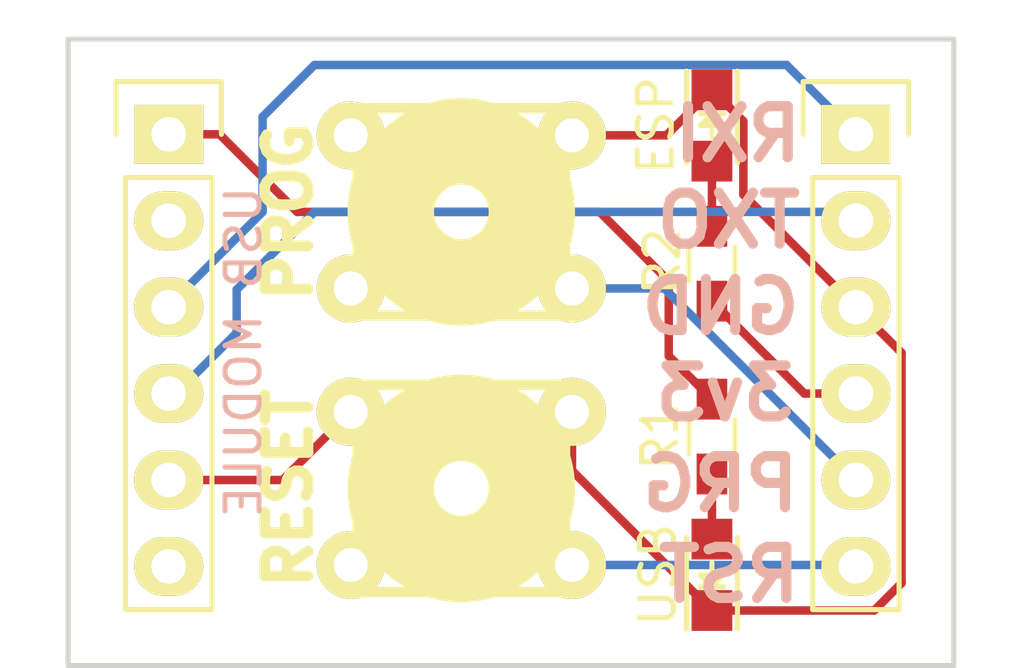
<source format=kicad_pcb>

(kicad_pcb
  (version 20171130)
  (host pcbnew "(5.1.12)-1")
  (general
    (thickness 1.6)
    (drawings 10)
    (tracks 42)
    (zones 0)
    (modules 8)
    (nets 12))
  (page A4)
  (layers
    (0 F.Cu signal)
    (31 B.Cu signal)
    (32 B.Adhes user)
    (33 F.Adhes user)
    (34 B.Paste user)
    (35 F.Paste user)
    (36 B.SilkS user)
    (37 F.SilkS user)
    (38 B.Mask user)
    (39 F.Mask user)
    (40 Dwgs.User user)
    (41 Cmts.User user)
    (42 Eco1.User user)
    (43 Eco2.User user)
    (44 Edge.Cuts user)
    (45 Margin user)
    (46 B.CrtYd user)
    (47 F.CrtYd user)
    (48 B.Fab user)
    (49 F.Fab user))
  (setup
    (last_trace_width 0.25)
    (trace_clearance 0.2)
    (zone_clearance 0.508)
    (zone_45_only no)
    (trace_min 0.2)
    (via_size 0.6)
    (via_drill 0.4)
    (via_min_size 0.4)
    (via_min_drill 0.3)
    (uvia_size 0.3)
    (uvia_drill 0.1)
    (uvias_allowed no)
    (uvia_min_size 0.2)
    (uvia_min_drill 0.1)
    (edge_width 0.15)
    (segment_width 0.2)
    (pcb_text_width 0.3)
    (pcb_text_size 1.5 1.5)
    (mod_edge_width 0.15)
    (mod_text_size 1 1)
    (mod_text_width 0.15)
    (pad_size 1.99898 1.99898)
    (pad_drill 1.00076)
    (pad_to_mask_clearance 0.2)
    (aux_axis_origin 0 0)
    (visible_elements 7FFFFFFF)
    (pcbplotparams
      (layerselection 0x010f0_80000001)
      (usegerberextensions true)
      (usegerberattributes true)
      (usegerberadvancedattributes true)
      (creategerberjobfile true)
      (excludeedgelayer true)
      (linewidth 0.1)
      (plotframeref false)
      (viasonmask false)
      (mode 1)
      (useauxorigin false)
      (hpglpennumber 1)
      (hpglpenspeed 20)
      (hpglpendiameter 15.0)
      (psnegative false)
      (psa4output false)
      (plotreference true)
      (plotvalue true)
      (plotinvisibletext false)
      (padsonsilk false)
      (subtractmaskfromsilk false)
      (outputformat 1)
      (mirror false)
      (drillshape 0)
      (scaleselection 1)
      (outputdirectory "")))
  (net 0 "")
  (net 1 "Net-(P1-Pad2)")
  (net 2 RXI)
  (net 3 TXO)
  (net 4 GND)
  (net 5 +5V)
  (net 6 "Net-(P2-Pad4)")
  (net 7 "Net-(P2-Pad6)")
  (net 8 "Net-(P2-Pad5)")
  (net 9 "Net-(D1-Pad2)")
  (net 10 "Net-(D2-Pad2)")
  (net 11 "Net-(P1-Pad1)")
  (net_class Default "This is the default net class."
    (clearance 0.2)
    (trace_width 0.25)
    (via_dia 0.6)
    (via_drill 0.4)
    (uvia_dia 0.3)
    (uvia_drill 0.1)
    (add_net +5V)
    (add_net GND)
    (add_net "Net-(D1-Pad2)")
    (add_net "Net-(D2-Pad2)")
    (add_net "Net-(P1-Pad1)")
    (add_net "Net-(P1-Pad2)")
    (add_net "Net-(P2-Pad4)")
    (add_net "Net-(P2-Pad5)")
    (add_net "Net-(P2-Pad6)")
    (add_net RXI)
    (add_net TXO))
  (module Pin_Headers:Pin_Header_Straight_1x06
    (layer F.Cu)
    (tedit 56399080)
    (tstamp 56397AF1)
    (at 134.4 40.9)
    (descr "Through hole pin header")
    (tags "pin header")
    (path /56224B75)
    (fp_text reference "USB MODULE"
      (at 2.2 6.4 90)
      (layer B.SilkS)
      (effects
        (font
          (size 1 1)
          (thickness 0.15))
        (justify mirror)))
    (fp_text value CONN_01X06
      (at 0 -3.1)
      (layer F.Fab)
      (effects
        (font
          (size 1 1)
          (thickness 0.15))))
    (fp_line
      (start -1.55 -1.55)
      (end 1.55 -1.55)
      (layer F.SilkS)
      (width 0.15))
    (fp_line
      (start -1.55 0)
      (end -1.55 -1.55)
      (layer F.SilkS)
      (width 0.15))
    (fp_line
      (start 1.27 1.27)
      (end -1.27 1.27)
      (layer F.SilkS)
      (width 0.15))
    (fp_line
      (start 1.55 -1.55)
      (end 1.55 0)
      (layer F.SilkS)
      (width 0.15))
    (fp_line
      (start -1.27 13.97)
      (end -1.27 1.27)
      (layer F.SilkS)
      (width 0.15))
    (fp_line
      (start 1.27 13.97)
      (end -1.27 13.97)
      (layer F.SilkS)
      (width 0.15))
    (fp_line
      (start 1.27 1.27)
      (end 1.27 13.97)
      (layer F.SilkS)
      (width 0.15))
    (fp_line
      (start -1.75 14.45)
      (end 1.75 14.45)
      (layer F.CrtYd)
      (width 0.05))
    (fp_line
      (start -1.75 -1.75)
      (end 1.75 -1.75)
      (layer F.CrtYd)
      (width 0.05))
    (fp_line
      (start 1.75 -1.75)
      (end 1.75 14.45)
      (layer F.CrtYd)
      (width 0.05))
    (fp_line
      (start -1.75 -1.75)
      (end -1.75 14.45)
      (layer F.CrtYd)
      (width 0.05))
    (pad 1 thru_hole rect
      (at 0 0)
      (size 2.032 1.7272)
      (drill 1.016)
      (layers *.Cu *.Mask F.SilkS)
      (net 11 "Net-(P1-Pad1)"))
    (pad 2 thru_hole oval
      (at 0 2.54)
      (size 2.032 1.7272)
      (drill 1.016)
      (layers *.Cu *.Mask F.SilkS))
    (pad 3 thru_hole oval
      (at 0 5.08)
      (size 2.032 1.7272)
      (drill 1.016)
      (layers *.Cu *.Mask F.SilkS)
      (net 2 RXI))
    (pad 4 thru_hole oval
      (at 0 7.62)
      (size 2.032 1.7272)
      (drill 1.016)
      (layers *.Cu *.Mask F.SilkS)
      (net 3 TXO))
    (pad 5 thru_hole oval
      (at 0 10.16)
      (size 2.032 1.7272)
      (drill 1.016)
      (layers *.Cu *.Mask F.SilkS)
      (net 4 GND))
    (pad 6 thru_hole oval
      (at 0 12.7)
      (size 2.032 1.7272)
      (drill 1.016)
      (layers *.Cu *.Mask F.SilkS))
    (model Pin_Headers.3dshapes/Pin_Header_Straight_1x06.wrl
      (offset
        (xyz 0 -6.349999904632568 0))
      (scale
        (xyz 1 1 1))
      (rotate
        (xyz 0 0 90))))
  (module Pin_Headers:Pin_Header_Straight_1x06
    (layer F.Cu)
    (tedit 56397EAF)
    (tstamp 56397B06)
    (at 154.6 40.9)
    (descr "Through hole pin header")
    (tags "pin header")
    (path /56224BAA)
    (fp_text reference P2
      (at 0 -5.1)
      (layer F.SilkS) hide
      (effects
        (font
          (size 1 1)
          (thickness 0.15))))
    (fp_text value CONN_01X06
      (at 0 -3.1)
      (layer F.Fab)
      (effects
        (font
          (size 1 1)
          (thickness 0.15))))
    (fp_line
      (start -1.55 -1.55)
      (end 1.55 -1.55)
      (layer F.SilkS)
      (width 0.15))
    (fp_line
      (start -1.55 0)
      (end -1.55 -1.55)
      (layer F.SilkS)
      (width 0.15))
    (fp_line
      (start 1.27 1.27)
      (end -1.27 1.27)
      (layer F.SilkS)
      (width 0.15))
    (fp_line
      (start 1.55 -1.55)
      (end 1.55 0)
      (layer F.SilkS)
      (width 0.15))
    (fp_line
      (start -1.27 13.97)
      (end -1.27 1.27)
      (layer F.SilkS)
      (width 0.15))
    (fp_line
      (start 1.27 13.97)
      (end -1.27 13.97)
      (layer F.SilkS)
      (width 0.15))
    (fp_line
      (start 1.27 1.27)
      (end 1.27 13.97)
      (layer F.SilkS)
      (width 0.15))
    (fp_line
      (start -1.75 14.45)
      (end 1.75 14.45)
      (layer F.CrtYd)
      (width 0.05))
    (fp_line
      (start -1.75 -1.75)
      (end 1.75 -1.75)
      (layer F.CrtYd)
      (width 0.05))
    (fp_line
      (start 1.75 -1.75)
      (end 1.75 14.45)
      (layer F.CrtYd)
      (width 0.05))
    (fp_line
      (start -1.75 -1.75)
      (end -1.75 14.45)
      (layer F.CrtYd)
      (width 0.05))
    (pad 1 thru_hole rect
      (at 0 0)
      (size 2.032 1.7272)
      (drill 1.016)
      (layers *.Cu *.Mask F.SilkS)
      (net 2 RXI))
    (pad 2 thru_hole oval
      (at 0 2.54)
      (size 2.032 1.7272)
      (drill 1.016)
      (layers *.Cu *.Mask F.SilkS)
      (net 3 TXO))
    (pad 3 thru_hole oval
      (at 0 5.08)
      (size 2.032 1.7272)
      (drill 1.016)
      (layers *.Cu *.Mask F.SilkS)
      (net 4 GND))
    (pad 4 thru_hole oval
      (at 0 7.62)
      (size 2.032 1.7272)
      (drill 1.016)
      (layers *.Cu *.Mask F.SilkS)
      (net 6 "Net-(P2-Pad4)"))
    (pad 5 thru_hole oval
      (at 0 10.16)
      (size 2.032 1.7272)
      (drill 1.016)
      (layers *.Cu *.Mask F.SilkS)
      (net 8 "Net-(P2-Pad5)"))
    (pad 6 thru_hole oval
      (at 0 12.7)
      (size 2.032 1.7272)
      (drill 1.016)
      (layers *.Cu *.Mask F.SilkS)
      (net 7 "Net-(P2-Pad6)"))
    (model Pin_Headers.3dshapes/Pin_Header_Straight_1x06.wrl
      (offset
        (xyz 0 -6.349999904632568 0))
      (scale
        (xyz 1 1 1))
      (rotate
        (xyz 0 0 90))))
  (module w_switch:PCB_PUSH
    (layer F.Cu)
    (tedit 5639854C)
    (tstamp 56397B20)
    (at 143.002 51.308 90)
    (descr "PCB pushbutton, Tyco FSM6x6 series")
    (tags pushbutton)
    (path /56224D83)
    (fp_text reference RESET
      (at 0 -5.08 90)
      (layer F.SilkS)
      (effects
        (font
          (size 1.27 1.27)
          (thickness 0.3175))))
    (fp_text value SW_PUSH
      (at 0 5.588 90)
      (layer F.SilkS) hide
      (effects
        (font
          (size 1.27 1.27)
          (thickness 0.254))))
    (fp_circle
      (center 0 0)
      (end -0.762 0.254)
      (layer F.SilkS)
      (width 2.54))
    (fp_line
      (start -3.048 3.048)
      (end -3.048 -3.048)
      (layer F.SilkS)
      (width 0.3048))
    (fp_line
      (start 3.048 3.048)
      (end -3.048 3.048)
      (layer F.SilkS)
      (width 0.3048))
    (fp_line
      (start 3.048 -3.048)
      (end 3.048 3.048)
      (layer F.SilkS)
      (width 0.3048))
    (fp_line
      (start -3.048 -3.048)
      (end 3.048 -3.048)
      (layer F.SilkS)
      (width 0.3048))
    (pad 1 thru_hole circle
      (at -2.25044 -3.2512 90)
      (size 1.99898 1.99898)
      (drill 1.00076)
      (layers *.Cu *.Mask F.SilkS))
    (pad 2 thru_hole circle
      (at 2.25044 3.2512 90)
      (size 1.99898 1.99898)
      (drill 1.00076)
      (layers *.Cu *.Mask F.SilkS)
      (net 4 GND))
    (pad 4 thru_hole circle
      (at 2.25044 -3.2512 90)
      (size 1.99898 1.99898)
      (drill 1.00076)
      (layers *.Cu *.Mask F.SilkS)
      (net 4 GND))
    (pad 3 thru_hole circle
      (at -2.25044 3.2512 90)
      (size 1.99898 1.99898)
      (drill 1.00076)
      (layers *.Cu *.Mask F.SilkS)
      (net 7 "Net-(P2-Pad6)"))
    (model walter/switch/pcb_push.wrl
      (at
        (xyz 0 0 0))
      (scale
        (xyz 1 1 1))
      (rotate
        (xyz 0 0 0))))
  (module w_switch:PCB_PUSH
    (layer F.Cu)
    (tedit 56398543)
    (tstamp 56397B13)
    (at 143.002 43.18 90)
    (descr "PCB pushbutton, Tyco FSM6x6 series")
    (tags pushbutton)
    (path /56224D59)
    (fp_text reference PROG
      (at 0 -5.08 90)
      (layer F.SilkS)
      (effects
        (font
          (size 1.27 1.27)
          (thickness 0.3175))))
    (fp_text value SW_PUSH
      (at 0 5.588 90)
      (layer F.SilkS) hide
      (effects
        (font
          (size 1.27 1.27)
          (thickness 0.254))))
    (fp_circle
      (center 0 0)
      (end -0.762 0.254)
      (layer F.SilkS)
      (width 2.54))
    (fp_line
      (start -3.048 3.048)
      (end -3.048 -3.048)
      (layer F.SilkS)
      (width 0.3048))
    (fp_line
      (start 3.048 3.048)
      (end -3.048 3.048)
      (layer F.SilkS)
      (width 0.3048))
    (fp_line
      (start 3.048 -3.048)
      (end 3.048 3.048)
      (layer F.SilkS)
      (width 0.3048))
    (fp_line
      (start -3.048 -3.048)
      (end 3.048 -3.048)
      (layer F.SilkS)
      (width 0.3048))
    (pad 1 thru_hole circle
      (at -2.25044 -3.2512 90)
      (size 1.99898 1.99898)
      (drill 1.00076)
      (layers *.Cu *.Mask F.SilkS))
    (pad 2 thru_hole circle
      (at 2.25044 3.2512 90)
      (size 1.99898 1.99898)
      (drill 1.00076)
      (layers *.Cu *.Mask F.SilkS)
      (net 4 GND))
    (pad 4 thru_hole circle
      (at 2.25044 -3.2512 90)
      (size 1.99898 1.99898)
      (drill 1.00076)
      (layers *.Cu *.Mask F.SilkS)
      (net 4 GND))
    (pad 3 thru_hole circle
      (at -2.25044 3.2512 90)
      (size 1.99898 1.99898)
      (drill 1.00076)
      (layers *.Cu *.Mask F.SilkS)
      (net 8 "Net-(P2-Pad5)"))
    (model walter/switch/pcb_push.wrl
      (at
        (xyz 0 0 0))
      (scale
        (xyz 1 1 1))
      (rotate
        (xyz 0 0 0))))
  (module LEDs:LED-0805
    (layer F.Cu)
    (tedit 563986C7)
    (tstamp 563D2C96)
    (at 150.368 53.848 90)
    (descr "LED 0805 smd package")
    (tags "LED 0805 SMD")
    (path /563980D8)
    (attr smd)
    (fp_text reference USB
      (at 0 -1.5875 90)
      (layer F.SilkS)
      (effects
        (font
          (size 1 1)
          (thickness 0.15))))
    (fp_text value USB
      (at 0 1.75 90)
      (layer F.Fab)
      (effects
        (font
          (size 1 1)
          (thickness 0.15))))
    (fp_line
      (start -1.9 -0.95)
      (end 1.9 -0.95)
      (layer F.CrtYd)
      (width 0.05))
    (fp_line
      (start -1.9 0.95)
      (end -1.9 -0.95)
      (layer F.CrtYd)
      (width 0.05))
    (fp_line
      (start 1.9 0.95)
      (end -1.9 0.95)
      (layer F.CrtYd)
      (width 0.05))
    (fp_line
      (start 1.9 -0.95)
      (end 1.9 0.95)
      (layer F.CrtYd)
      (width 0.05))
    (fp_line
      (start 0 0.35)
      (end -0.35 0)
      (layer F.SilkS)
      (width 0.15))
    (fp_line
      (start 0 -0.35)
      (end 0 0.35)
      (layer F.SilkS)
      (width 0.15))
    (fp_line
      (start -0.35 0)
      (end 0 -0.35)
      (layer F.SilkS)
      (width 0.15))
    (fp_line
      (start 0 0)
      (end 0.35 0)
      (layer F.SilkS)
      (width 0.15))
    (fp_line
      (start -0.35 -0.35)
      (end -0.35 0.35)
      (layer F.SilkS)
      (width 0.15))
    (fp_line
      (start -0.1 -0.1)
      (end -0.25 0.05)
      (layer F.SilkS)
      (width 0.15))
    (fp_line
      (start -0.1 0.15)
      (end -0.1 -0.1)
      (layer F.SilkS)
      (width 0.15))
    (fp_line
      (start -1.6 -0.75)
      (end 1.1 -0.75)
      (layer F.SilkS)
      (width 0.15))
    (fp_line
      (start -1.6 0.75)
      (end 1.1 0.75)
      (layer F.SilkS)
      (width 0.15))
    (pad 2 smd rect
      (at 1.04902 0 270)
      (size 1.19888 1.19888)
      (layers F.Cu F.Paste F.Mask)
      (net 9 "Net-(D1-Pad2)"))
    (pad 1 smd rect
      (at -1.04902 0 270)
      (size 1.19888 1.19888)
      (layers F.Cu F.Paste F.Mask)
      (net 4 GND))
    (model LEDs.3dshapes/LED-0805.wrl
      (at
        (xyz 0 0 0))
      (scale
        (xyz 1 1 1))
      (rotate
        (xyz 0 0 0))))
  (module LEDs:LED-0805
    (layer F.Cu)
    (tedit 563986CF)
    (tstamp 563D2CA9)
    (at 150.368 40.64 270)
    (descr "LED 0805 smd package")
    (tags "LED 0805 SMD")
    (path /56398144)
    (attr smd)
    (fp_text reference ESP
      (at 0 1.651 270)
      (layer F.SilkS)
      (effects
        (font
          (size 1 1)
          (thickness 0.15))))
    (fp_text value ESP
      (at 0 1.75 270)
      (layer F.Fab)
      (effects
        (font
          (size 1 1)
          (thickness 0.15))))
    (fp_line
      (start -1.9 -0.95)
      (end 1.9 -0.95)
      (layer F.CrtYd)
      (width 0.05))
    (fp_line
      (start -1.9 0.95)
      (end -1.9 -0.95)
      (layer F.CrtYd)
      (width 0.05))
    (fp_line
      (start 1.9 0.95)
      (end -1.9 0.95)
      (layer F.CrtYd)
      (width 0.05))
    (fp_line
      (start 1.9 -0.95)
      (end 1.9 0.95)
      (layer F.CrtYd)
      (width 0.05))
    (fp_line
      (start 0 0.35)
      (end -0.35 0)
      (layer F.SilkS)
      (width 0.15))
    (fp_line
      (start 0 -0.35)
      (end 0 0.35)
      (layer F.SilkS)
      (width 0.15))
    (fp_line
      (start -0.35 0)
      (end 0 -0.35)
      (layer F.SilkS)
      (width 0.15))
    (fp_line
      (start 0 0)
      (end 0.35 0)
      (layer F.SilkS)
      (width 0.15))
    (fp_line
      (start -0.35 -0.35)
      (end -0.35 0.35)
      (layer F.SilkS)
      (width 0.15))
    (fp_line
      (start -0.1 -0.1)
      (end -0.25 0.05)
      (layer F.SilkS)
      (width 0.15))
    (fp_line
      (start -0.1 0.15)
      (end -0.1 -0.1)
      (layer F.SilkS)
      (width 0.15))
    (fp_line
      (start -1.6 -0.75)
      (end 1.1 -0.75)
      (layer F.SilkS)
      (width 0.15))
    (fp_line
      (start -1.6 0.75)
      (end 1.1 0.75)
      (layer F.SilkS)
      (width 0.15))
    (pad 2 smd rect
      (at 1.04902 0 90)
      (size 1.19888 1.19888)
      (layers F.Cu F.Paste F.Mask)
      (net 10 "Net-(D2-Pad2)"))
    (pad 1 smd rect
      (at -1.04902 0 90)
      (size 1.19888 1.19888)
      (layers F.Cu F.Paste F.Mask)
      (net 4 GND))
    (model LEDs.3dshapes/LED-0805.wrl
      (at
        (xyz 0 0 0))
      (scale
        (xyz 1 1 1))
      (rotate
        (xyz 0 0 0))))
  (module Resistors_SMD:R_0603_HandSoldering
    (layer F.Cu)
    (tedit 563983F9)
    (tstamp 563D2CB5)
    (at 150.368 49.784 90)
    (descr "Resistor SMD 0603, hand soldering")
    (tags "resistor 0603")
    (path /56397FCC)
    (attr smd)
    (fp_text reference R1
      (at 0 -1.524 90)
      (layer F.SilkS)
      (effects
        (font
          (size 1 1)
          (thickness 0.15))))
    (fp_text value "100 ohm"
      (at 0 1.9 90)
      (layer F.Fab)
      (effects
        (font
          (size 1 1)
          (thickness 0.15))))
    (fp_line
      (start -0.5 -0.675)
      (end 0.5 -0.675)
      (layer F.SilkS)
      (width 0.15))
    (fp_line
      (start 0.5 0.675)
      (end -0.5 0.675)
      (layer F.SilkS)
      (width 0.15))
    (fp_line
      (start 2 -0.8)
      (end 2 0.8)
      (layer F.CrtYd)
      (width 0.05))
    (fp_line
      (start -2 -0.8)
      (end -2 0.8)
      (layer F.CrtYd)
      (width 0.05))
    (fp_line
      (start -2 0.8)
      (end 2 0.8)
      (layer F.CrtYd)
      (width 0.05))
    (fp_line
      (start -2 -0.8)
      (end 2 -0.8)
      (layer F.CrtYd)
      (width 0.05))
    (pad 1 smd rect
      (at -1.1 0 90)
      (size 1.2 0.9)
      (layers F.Cu F.Paste F.Mask)
      (net 9 "Net-(D1-Pad2)"))
    (pad 2 smd rect
      (at 1.1 0 90)
      (size 1.2 0.9)
      (layers F.Cu F.Paste F.Mask)
      (net 11 "Net-(P1-Pad1)"))
    (model Resistors_SMD.3dshapes/R_0603_HandSoldering.wrl
      (at
        (xyz 0 0 0))
      (scale
        (xyz 1 1 1))
      (rotate
        (xyz 0 0 0))))
  (module Resistors_SMD:R_0603_HandSoldering
    (layer F.Cu)
    (tedit 563983F7)
    (tstamp 563D2CC1)
    (at 150.368 44.704 270)
    (descr "Resistor SMD 0603, hand soldering")
    (tags "resistor 0603")
    (path /5639801C)
    (attr smd)
    (fp_text reference R2
      (at -0.0635 1.4605 270)
      (layer F.SilkS)
      (effects
        (font
          (size 1 1)
          (thickness 0.15))))
    (fp_text value "100 ohm"
      (at 0 1.9 270)
      (layer F.Fab)
      (effects
        (font
          (size 1 1)
          (thickness 0.15))))
    (fp_line
      (start -0.5 -0.675)
      (end 0.5 -0.675)
      (layer F.SilkS)
      (width 0.15))
    (fp_line
      (start 0.5 0.675)
      (end -0.5 0.675)
      (layer F.SilkS)
      (width 0.15))
    (fp_line
      (start 2 -0.8)
      (end 2 0.8)
      (layer F.CrtYd)
      (width 0.05))
    (fp_line
      (start -2 -0.8)
      (end -2 0.8)
      (layer F.CrtYd)
      (width 0.05))
    (fp_line
      (start -2 0.8)
      (end 2 0.8)
      (layer F.CrtYd)
      (width 0.05))
    (fp_line
      (start -2 -0.8)
      (end 2 -0.8)
      (layer F.CrtYd)
      (width 0.05))
    (pad 1 smd rect
      (at -1.1 0 270)
      (size 1.2 0.9)
      (layers F.Cu F.Paste F.Mask)
      (net 10 "Net-(D2-Pad2)"))
    (pad 2 smd rect
      (at 1.1 0 270)
      (size 1.2 0.9)
      (layers F.Cu F.Paste F.Mask)
      (net 6 "Net-(P2-Pad4)"))
    (model Resistors_SMD.3dshapes/R_0603_HandSoldering.wrl
      (at
        (xyz 0 0 0))
      (scale
        (xyz 1 1 1))
      (rotate
        (xyz 0 0 0))))
  (gr_line
    (start 131.445 56.515)
    (end 131.445 38.1)
    (angle 90)
    (layer Edge.Cuts)
    (width 0.15))
  (gr_line
    (start 157.48 56.515)
    (end 131.445 56.515)
    (angle 90)
    (layer Edge.Cuts)
    (width 0.15))
  (gr_line
    (start 157.48 38.1)
    (end 157.48 56.515)
    (angle 90)
    (layer Edge.Cuts)
    (width 0.15))
  (gr_line
    (start 131.445 38.1)
    (end 157.48 38.1)
    (angle 90)
    (layer Edge.Cuts)
    (width 0.15))
  (gr_text RST
    (at 150.876 53.848)
    (layer B.SilkS)
    (effects
      (font
        (size 1.5 1.5)
        (thickness 0.3))
      (justify mirror)))
  (gr_text 3v3
    (at 150.749 48.514)
    (layer B.SilkS)
    (effects
      (font
        (size 1.5 1.5)
        (thickness 0.3))
      (justify mirror)))
  (gr_text PRG
    (at 150.622 51.181)
    (layer B.SilkS)
    (effects
      (font
        (size 1.5 1.5)
        (thickness 0.3))
      (justify mirror)))
  (gr_text GND
    (at 150.622 45.974)
    (layer B.SilkS)
    (effects
      (font
        (size 1.5 1.5)
        (thickness 0.3))
      (justify mirror)))
  (gr_text TXO
    (at 148.59 43.434)
    (layer B.SilkS)
    (effects
      (font
        (size 1.5 1.5)
        (thickness 0.3))
      (justify right mirror)))
  (gr_text RXI
    (at 151.13 40.894)
    (layer B.SilkS)
    (effects
      (font
        (size 1.5 1.5)
        (thickness 0.3))
      (justify mirror)))
  (segment
    (start 134.4 45.98)
    (end 134.4 45.94)
    (width 0.25)
    (layer B.Cu)
    (net 2))
  (segment
    (start 134.4 45.94)
    (end 137.16 43.18)
    (width 0.25)
    (layer B.Cu)
    (net 2))
  (segment
    (start 137.16 43.18)
    (end 137.16 40.386)
    (width 0.25)
    (layer B.Cu)
    (net 2))
  (segment
    (start 137.16 40.386)
    (end 138.684 38.862)
    (width 0.25)
    (layer B.Cu)
    (net 2))
  (segment
    (start 138.684 38.862)
    (end 152.562 38.862)
    (width 0.25)
    (layer B.Cu)
    (net 2))
  (segment
    (start 152.562 38.862)
    (end 154.6 40.9)
    (width 0.25)
    (layer B.Cu)
    (net 2))
  (segment
    (start 134.4 48.52)
    (end 134.614 48.52)
    (width 0.25)
    (layer B.Cu)
    (net 3))
  (segment
    (start 134.614 48.52)
    (end 136.398 46.736)
    (width 0.25)
    (layer B.Cu)
    (net 3))
  (segment
    (start 136.398 46.736)
    (end 136.398 45.466)
    (width 0.25)
    (layer B.Cu)
    (net 3))
  (segment
    (start 136.398 45.466)
    (end 138.684 43.18)
    (width 0.25)
    (layer B.Cu)
    (net 3))
  (segment
    (start 138.684 43.18)
    (end 154.34 43.18)
    (width 0.25)
    (layer B.Cu)
    (net 3))
  (segment
    (start 154.34 43.18)
    (end 154.6 43.44)
    (width 0.25)
    (layer B.Cu)
    (net 3))
  (segment
    (start 137.74836 51.06)
    (end 139.7508 49.05756)
    (width 0.25)
    (layer F.Cu)
    (net 4))
  (segment
    (start 134.4 51.06)
    (end 137.74836 51.06)
    (width 0.25)
    (layer F.Cu)
    (net 4))
  (segment
    (start 146.2532 50.78222)
    (end 150.368 54.89702)
    (width 0.25)
    (layer F.Cu)
    (net 4))
  (segment
    (start 146.2532 49.05756)
    (end 146.2532 50.78222)
    (width 0.25)
    (layer F.Cu)
    (net 4))
  (segment
    (start 149.02942 40.92956)
    (end 150.368 39.59098)
    (width 0.25)
    (layer F.Cu)
    (net 4))
  (segment
    (start 146.2532 40.92956)
    (end 149.02942 40.92956)
    (width 0.25)
    (layer F.Cu)
    (net 4))
  (segment
    (start 151.292441 42.672441)
    (end 154.6 45.98)
    (width 0.25)
    (layer F.Cu)
    (net 4))
  (segment
    (start 151.292441 40.515421)
    (end 151.292441 42.672441)
    (width 0.25)
    (layer F.Cu)
    (net 4))
  (segment
    (start 150.368 39.59098)
    (end 151.292441 40.515421)
    (width 0.25)
    (layer F.Cu)
    (net 4))
  (segment
    (start 139.7508 40.92956)
    (end 146.2532 40.92956)
    (width 0.25)
    (layer F.Cu)
    (net 4))
  (segment
    (start 146.2532 49.05756)
    (end 139.7508 49.05756)
    (width 0.25)
    (layer F.Cu)
    (net 4))
  (segment
    (start 155.94101 47.32101)
    (end 154.6 45.98)
    (width 0.25)
    (layer F.Cu)
    (net 4))
  (segment
    (start 155.136328 54.89702)
    (end 155.94101 54.092338)
    (width 0.25)
    (layer F.Cu)
    (net 4))
  (segment
    (start 155.94101 54.092338)
    (end 155.94101 47.32101)
    (width 0.25)
    (layer F.Cu)
    (net 4))
  (segment
    (start 150.368 54.89702)
    (end 155.136328 54.89702)
    (width 0.25)
    (layer F.Cu)
    (net 4))
  (segment
    (start 154.6 48.52)
    (end 153.084 48.52)
    (width 0.25)
    (layer F.Cu)
    (net 6))
  (segment
    (start 153.084 48.52)
    (end 150.368 45.804)
    (width 0.25)
    (layer F.Cu)
    (net 6))
  (segment
    (start 146.2532 53.55844)
    (end 154.55844 53.55844)
    (width 0.25)
    (layer B.Cu)
    (net 7))
  (segment
    (start 154.55844 53.55844)
    (end 154.6 53.6)
    (width 0.25)
    (layer B.Cu)
    (net 7))
  (segment
    (start 146.2532 45.43044)
    (end 148.97044 45.43044)
    (width 0.25)
    (layer B.Cu)
    (net 8))
  (segment
    (start 148.97044 45.43044)
    (end 154.6 51.06)
    (width 0.25)
    (layer B.Cu)
    (net 8))
  (segment
    (start 150.368 50.884)
    (end 150.368 52.79898)
    (width 0.25)
    (layer F.Cu)
    (net 9))
  (segment
    (start 150.368 41.68902)
    (end 150.368 43.604)
    (width 0.25)
    (layer F.Cu)
    (net 10))
  (segment
    (start 134.4 40.9)
    (end 135.896 40.9)
    (width 0.25)
    (layer F.Cu)
    (net 11))
  (segment
    (start 149.098 47.414)
    (end 150.368 48.684)
    (width 0.25)
    (layer F.Cu)
    (net 11))
  (segment
    (start 149.098 45.212)
    (end 149.098 47.414)
    (width 0.25)
    (layer F.Cu)
    (net 11))
  (segment
    (start 147.066 43.18)
    (end 149.098 45.212)
    (width 0.25)
    (layer F.Cu)
    (net 11))
  (segment
    (start 138.176 43.18)
    (end 147.066 43.18)
    (width 0.25)
    (layer F.Cu)
    (net 11))
  (segment
    (start 135.896 40.9)
    (end 138.176 43.18)
    (width 0.25)
    (layer F.Cu)
    (net 11)))
</source>
